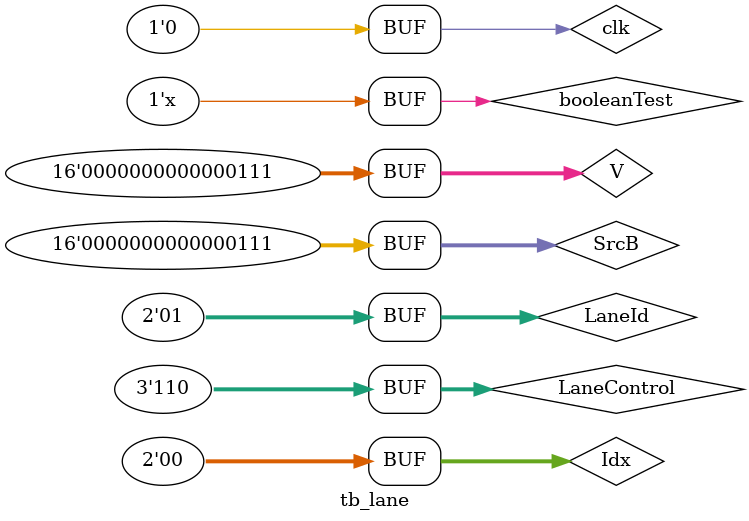
<source format=sv>
module tb_lane();
	logic [2:0] 	LaneControl; 	// 0 -> Size
											// 2:1 -> OP
	logic [1:0]		LaneId;			// 0, 1, 2 o 3
	logic [15:0] 	V;					// Vector  
	logic [1:0]		Idx; 				// For one vector instructions (inc1)
	logic [15:0] 	SrcB; 			// Scalar register or immediate 
	logic [15:0] 	Res;	
	
	logic booleanTest, clk;
	
	lane DUT(LaneControl, LaneId, V, Idx,SrcB, Res);

	assign LaneId = 2'b01;

	
	always  
		begin 
			clk <= 1; 
			# 5; 
			clk <= 0; 
			# 5;
		end
	
	always 
		begin 
			# 10; 
			// DIVS 4x16  
			LaneControl 	<= 3'b000;
			V					<= 16'b0001000000000111;
			SrcB 				<= 16'b11;
			Idx 				<= 2'b00;
			booleanTest    <= (Idx == LaneId);
			# 10; 
			// MULS 4x16  
			LaneControl 	<= 3'b010; 
			V					<= 16'b111;
			SrcB 				<= 16'b111;
			Idx 				<= 2'b00;
			booleanTest    <= (Idx == LaneId);
			# 10; 
			// INC 4x16  (applied only in index 1) 
			LaneControl 	<= 3'b100;
			V					<= 16'b111;
			SrcB 				<= 16'b111;
			Idx 				<= 2'b01;
			booleanTest    <= (Idx == LaneId);
			# 10; 
			// INC 4x16  (applied only in index 1)
			LaneControl 	<= 3'b100;
			V					<= 16'b111;
			SrcB 				<= 16'b111;
			Idx 				<= 2'b00; 
			booleanTest    <= (Idx == LaneId);
			# 10; 
			// MODS 4x16  
			LaneControl 	<= 3'b110;
			V					<= 16'b111;
			SrcB 				<= 16'b111;
			Idx 				<= 2'b00; 
			booleanTest    <= (Idx == LaneId);
			
		end

endmodule 
</source>
